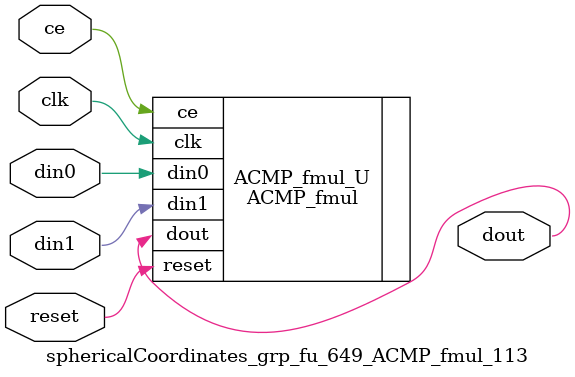
<source format=v>

`timescale 1 ns / 1 ps
module sphericalCoordinates_grp_fu_649_ACMP_fmul_113(
    clk,
    reset,
    ce,
    din0,
    din1,
    dout);

parameter ID = 32'd1;
parameter NUM_STAGE = 32'd1;
parameter din0_WIDTH = 32'd1;
parameter din1_WIDTH = 32'd1;
parameter dout_WIDTH = 32'd1;
input clk;
input reset;
input ce;
input[din0_WIDTH - 1:0] din0;
input[din1_WIDTH - 1:0] din1;
output[dout_WIDTH - 1:0] dout;



ACMP_fmul #(
.ID( ID ),
.NUM_STAGE( 4 ),
.din0_WIDTH( din0_WIDTH ),
.din1_WIDTH( din1_WIDTH ),
.dout_WIDTH( dout_WIDTH ))
ACMP_fmul_U(
    .clk( clk ),
    .reset( reset ),
    .ce( ce ),
    .din0( din0 ),
    .din1( din1 ),
    .dout( dout ));

endmodule

</source>
